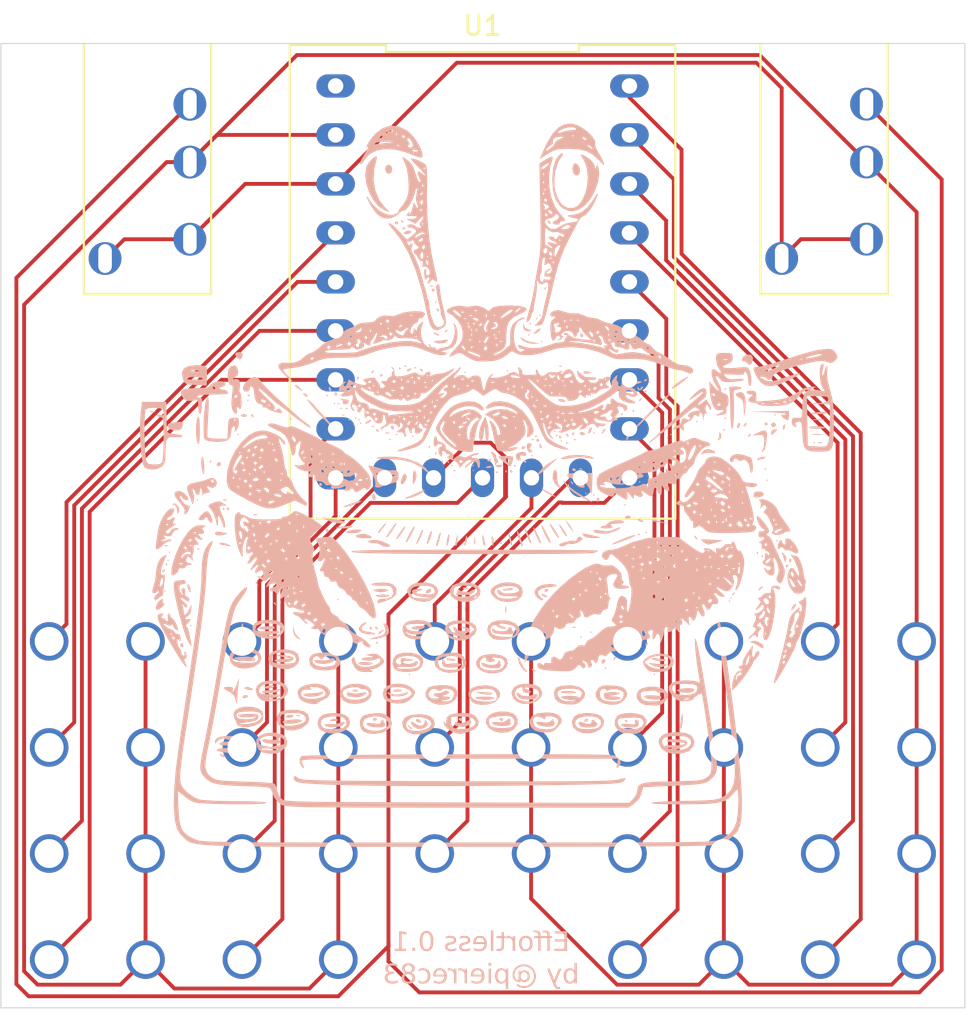
<source format=kicad_pcb>
(kicad_pcb (version 20240108) (generator "pcbnew") (generator_version "8.0")
  (layers (0 "F.Cu" signal) (31 "B.Cu" signal) (34 "B.Paste" user) (35 "F.Paste" user) (36 "B.SilkS" user "B.Silkscreen") (37 "F.SilkS" user "F.Silkscreen") (38 "B.Mask" user) (39 "F.Mask" user) (44 "Edge.Cuts" user))
  (net 0 "")
  (net 2 "uart_tx")
  (net 3 "gnd")
  (net 4 "3v3")
  (net 5 "sw0")
  (net 6 "sw1")
  (net 7 "sw2")
  (net 8 "sw3")
  (net 9 "sw4")
  (net 10 "sw5")
  (net 11 "sw6")
  (net 12 "sw7")
  (net 13 "sw8")
  (net 14 "sw9")
  (net 15 "sw10")
  (net 16 "sw11")
  (net 17 "sw13")
  (net 18 "sw14")
  (net 19 "sw15")
  (net 20 "sw26")
  (net 21 "sw27")
  (net 22 "sw28")
  (net 23 "sw29")
  (footprint "effortless_switch:effortless_switch" (layer "F.Cu") (at 169 117.5)
    (property "Reference" "SW13")
    (property "Value" "SW_Push")
    (pad "1" thru_hole circle (at -2.5 0) (size 2 2) (drill 1.5) (layers "*.Cu" "*.Mask") (net 17 "sw13"))
    (pad "2" thru_hole circle (at 2.5 0) (size 2 2) (drill 1.5) (layers "*.Cu" "*.Mask") (net 3 "gnd"))
  )
  (footprint "effortless_switch:effortless_switch" (layer "F.Cu") (at 199 117.5)
    (property "Reference" "SW1")
    (property "Value" "SW_Push")
    (pad "1" thru_hole circle (at -2.5 0) (size 2 2) (drill 1.5) (layers "*.Cu" "*.Mask") (net 6 "sw1"))
    (pad "2" thru_hole circle (at 2.5 0) (size 2 2) (drill 1.5) (layers "*.Cu" "*.Mask") (net 3 "gnd"))
  )
  (footprint "effortless_switch:effortless_switch" (layer "F.Cu") (at 159 117.5)
    (property "Reference" "SW27")
    (property "Value" "SW_Push")
    (pad "1" thru_hole circle (at -2.5 0) (size 2 2) (drill 1.5) (layers "*.Cu" "*.Mask") (net 21 "sw27"))
    (pad "2" thru_hole circle (at 2.5 0) (size 2 2) (drill 1.5) (layers "*.Cu" "*.Mask") (net 3 "gnd"))
  )
  (footprint "PJ-320A_Library:PJ-320A" (layer "F.Cu") (at 198.9 73.495 -90)
    (property "Reference" "U3" (hide yes))
    (property "Value" "PJ-320A")
    (pad "" np_thru_hole circle (at 3.7 2.2 270) (size 1.5 1.5) (drill 1.5) (layers "*.Cu"))
    (pad "" np_thru_hole circle (at 10.7 2.2 270) (size 1.5 1.5) (drill 1.5) (layers "*.Cu"))
    (pad "1" thru_hole circle (at 13.15 4.4 270) (size 1.7 1.7) (drill oval 1.5 0.7) (layers "*.Cu" "*.Mask") (net 4 "3v3"))
    (pad "2" thru_hole circle (at 12.15 0 270) (size 1.7 1.7) (drill oval 1.5 0.7) (layers "*.Cu" "*.Mask") (net 4 "3v3"))
    (pad "3" thru_hole circle (at 8.15 0 270) (size 1.7 1.7) (drill oval 1.5 0.7) (layers "*.Cu" "*.Mask") (net 3 "gnd"))
    (pad "4" thru_hole circle (at 5.15 0 270) (size 1.7 1.7) (drill oval 1.5 0.7) (layers "*.Cu" "*.Mask") (net 2 "uart_tx"))
  )
  (footprint "effortless_switch:effortless_switch" (layer "F.Cu") (at 189 106.5)
    (property "Reference" "SW7")
    (property "Value" "SW_Push")
    (pad "1" thru_hole circle (at -2.5 0) (size 2 2) (drill 1.5) (layers "*.Cu" "*.Mask") (net 12 "sw7"))
    (pad "2" thru_hole circle (at 2.5 0) (size 2 2) (drill 1.5) (layers "*.Cu" "*.Mask") (net 3 "gnd"))
  )
  (footprint "effortless_switch:effortless_switch" (layer "F.Cu") (at 189 112)
    (property "Reference" "SW6")
    (property "Value" "SW_Push")
    (pad "1" thru_hole circle (at -2.5 0) (size 2 2) (drill 1.5) (layers "*.Cu" "*.Mask") (net 11 "sw6"))
    (pad "2" thru_hole circle (at 2.5 0) (size 2 2) (drill 1.5) (layers "*.Cu" "*.Mask") (net 3 "gnd"))
  )
  (footprint "effortless_switch:effortless_switch" (layer "F.Cu") (at 199 112)
    (property "Reference" "SW2")
    (property "Value" "SW_Push")
    (pad "1" thru_hole circle (at -2.5 0) (size 2 2) (drill 1.5) (layers "*.Cu" "*.Mask") (net 7 "sw2"))
    (pad "2" thru_hole circle (at 2.5 0) (size 2 2) (drill 1.5) (layers "*.Cu" "*.Mask") (net 3 "gnd"))
  )
  (footprint "effortless_switch:effortless_switch" (layer "F.Cu") (at 179 117.5)
    (property "Reference" "SW8")
    (property "Value" "SW_Push")
    (pad "1" thru_hole circle (at -2.5 0) (size 2 2) (drill 1.5) (layers "*.Cu" "*.Mask") (net 13 "sw8"))
    (pad "2" thru_hole circle (at 2.5 0) (size 2 2) (drill 1.5) (layers "*.Cu" "*.Mask") (net 3 "gnd"))
  )
  (footprint "effortless_switch:effortless_switch" (layer "F.Cu") (at 159 112)
    (property "Reference" "SW28")
    (property "Value" "SW_Push")
    (pad "1" thru_hole circle (at -2.5 0) (size 2 2) (drill 1.5) (layers "*.Cu" "*.Mask") (net 22 "sw28"))
    (pad "2" thru_hole circle (at 2.5 0) (size 2 2) (drill 1.5) (layers "*.Cu" "*.Mask") (net 3 "gnd"))
  )
  (footprint "effortless_switch:effortless_switch" (layer "F.Cu") (at 159 106.5)
    (property "Reference" "SW29")
    (property "Value" "SW_Push")
    (pad "1" thru_hole circle (at -2.5 0) (size 2 2) (drill 1.5) (layers "*.Cu" "*.Mask") (net 23 "sw29"))
    (pad "2" thru_hole circle (at 2.5 0) (size 2 2) (drill 1.5) (layers "*.Cu" "*.Mask") (net 3 "gnd"))
  )
  (footprint "effortless_switch:effortless_switch" (layer "F.Cu") (at 179 112)
    (property "Reference" "SW9")
    (property "Value" "SW_Push")
    (pad "1" thru_hole circle (at -2.5 0) (size 2 2) (drill 1.5) (layers "*.Cu" "*.Mask") (net 14 "sw9"))
    (pad "2" thru_hole circle (at 2.5 0) (size 2 2) (drill 1.5) (layers "*.Cu" "*.Mask") (net 3 "gnd"))
  )
  (footprint "effortless_switch:effortless_switch" (layer "F.Cu") (at 189 117.5)
    (property "Reference" "SW5")
    (property "Value" "SW_Push")
    (pad "1" thru_hole circle (at -2.5 0) (size 2 2) (drill 1.5) (layers "*.Cu" "*.Mask") (net 10 "sw5"))
    (pad "2" thru_hole circle (at 2.5 0) (size 2 2) (drill 1.5) (layers "*.Cu" "*.Mask") (net 3 "gnd"))
  )
  (footprint "effortless_switch:effortless_switch" (layer "F.Cu") (at 179 106.5)
    (property "Reference" "SW10")
    (property "Value" "SW_Push")
    (pad "1" thru_hole circle (at -2.5 0) (size 2 2) (drill 1.5) (layers "*.Cu" "*.Mask") (net 15 "sw10"))
    (pad "2" thru_hole circle (at 2.5 0) (size 2 2) (drill 1.5) (layers "*.Cu" "*.Mask") (net 3 "gnd"))
  )
  (footprint "effortless_switch:effortless_switch" (layer "F.Cu") (at 159 123)
    (property "Reference" "SW26")
    (property "Value" "SW_Push")
    (pad "1" thru_hole circle (at -2.5 0) (size 2 2) (drill 1.5) (layers "*.Cu" "*.Mask") (net 20 "sw26"))
    (pad "2" thru_hole circle (at 2.5 0) (size 2 2) (drill 1.5) (layers "*.Cu" "*.Mask") (net 3 "gnd"))
  )
  (footprint "effortless_switch:effortless_switch" (layer "F.Cu") (at 169 106.5)
    (property "Reference" "SW15")
    (property "Value" "SW_Push")
    (pad "1" thru_hole circle (at -2.5 0) (size 2 2) (drill 1.5) (layers "*.Cu" "*.Mask") (net 19 "sw15"))
    (pad "2" thru_hole circle (at 2.5 0) (size 2 2) (drill 1.5) (layers "*.Cu" "*.Mask") (net 3 "gnd"))
  )
  (footprint "Andrews-Custom:RP2040-Zero" (layer "F.Cu") (at 178.98 87.86 -90)
    (property "Reference" "U1" (at -13.28 0 0) (layer "F.SilkS"))
    (property "Value" "RP2040-Zero")
    (pad "0" thru_hole oval (at -10.16 -7.62 270) (size 1.2 2) (drill 0.8) (layers "*.Cu" "*.Mask") (net 5 "sw0"))
    (pad "1" thru_hole oval (at -7.62 -7.62 270) (size 1.2 2) (drill 0.8) (layers "*.Cu" "*.Mask") (net 6 "sw1"))
    (pad "2" thru_hole oval (at -5.08 -7.62 270) (size 1.2 2) (drill 0.8) (layers "*.Cu" "*.Mask") (net 7 "sw2"))
    (pad "3" thru_hole oval (at -2.54 -7.62 270) (size 1.2 2) (drill 0.8) (layers "*.Cu" "*.Mask") (net 8 "sw3"))
    (pad "3v3" thru_hole oval (at -5.08 7.62 270) (size 1.2 2) (drill 0.8) (layers "*.Cu" "*.Mask") (net 4 "3v3"))
    (pad "4" thru_hole oval (at 0 -7.62 270) (size 1.2 2) (drill 0.8) (layers "*.Cu" "*.Mask") (net 9 "sw4"))
    (pad "5" thru_hole oval (at 2.54 -7.62 270) (size 1.2 2) (drill 0.8) (layers "*.Cu" "*.Mask") (net 10 "sw5"))
    (pad "5v" thru_hole oval (at -10.16 7.62 270) (size 1.2 2) (drill 0.8) (layers "*.Cu" "*.Mask"))
    (pad "6" thru_hole oval (at 5.08 -7.62 270) (size 1.2 2) (drill 0.8) (layers "*.Cu" "*.Mask") (net 11 "sw6"))
    (pad "7" thru_hole oval (at 7.62 -7.62 270) (size 1.2 2) (drill 0.8) (layers "*.Cu" "*.Mask") (net 12 "sw7"))
    (pad "8" thru_hole oval (at 10.16 -7.62 270) (size 1.2 2) (drill 0.8) (layers "*.Cu" "*.Mask") (net 13 "sw8"))
    (pad "9" thru_hole oval (at 10.16 -5.08) (size 1.2 2) (drill 0.8) (layers "*.Cu" "*.Mask") (net 14 "sw9"))
    (pad "10" thru_hole oval (at 10.16 -2.54) (size 1.2 2) (drill 0.8) (layers "*.Cu" "*.Mask") (net 15 "sw10"))
    (pad "11" thru_hole oval (at 10.16 0) (size 1.2 2) (drill 0.8) (layers "*.Cu" "*.Mask") (net 16 "sw11"))
    (pad "12" thru_hole oval (at 10.16 2.54) (size 1.2 2) (drill 0.8) (layers "*.Cu" "*.Mask") (net 2 "uart_tx"))
    (pad "13" thru_hole oval (at 10.16 5.08) (size 1.2 2) (drill 0.8) (layers "*.Cu" "*.Mask") (net 17 "sw13"))
    (pad "14" thru_hole oval (at 10.16 7.62 270) (size 1.2 2) (drill 0.8) (layers "*.Cu" "*.Mask") (net 18 "sw14"))
    (pad "15" thru_hole oval (at 7.62 7.62 270) (size 1.2 2) (drill 0.8) (layers "*.Cu" "*.Mask") (net 19 "sw15"))
    (pad "26" thru_hole oval (at 5.08 7.62 270) (size 1.2 2) (drill 0.8) (layers "*.Cu" "*.Mask") (net 20 "sw26"))
    (pad "27" thru_hole oval (at 2.54 7.62 270) (size 1.2 2) (drill 0.8) (layers "*.Cu" "*.Mask") (net 21 "sw27"))
    (pad "28" thru_hole oval (at 0 7.62 270) (size 1.2 2) (drill 0.8) (layers "*.Cu" "*.Mask") (net 22 "sw28"))
    (pad "29" thru_hole oval (at -2.54 7.62 270) (size 1.2 2) (drill 0.8) (layers "*.Cu" "*.Mask") (net 23 "sw29"))
    (pad "GND" thru_hole oval (at -7.62 7.62 270) (size 1.2 2) (drill 0.8) (layers "*.Cu" "*.Mask") (net 3 "gnd"))
  )
  (footprint "PJ-320A_Library:PJ-320A" (layer "F.Cu") (at 163.8 73.5 -90)
    (property "Reference" "U4" (hide yes))
    (property "Value" "PJ-320A")
    (pad "" np_thru_hole circle (at 3.7 2.2 270) (size 1.5 1.5) (drill 1.5) (layers "*.Cu"))
    (pad "" np_thru_hole circle (at 10.7 2.2 270) (size 1.5 1.5) (drill 1.5) (layers "*.Cu"))
    (pad "1" thru_hole circle (at 13.15 4.4 270) (size 1.7 1.7) (drill oval 1.5 0.7) (layers "*.Cu" "*.Mask") (net 4 "3v3"))
    (pad "2" thru_hole circle (at 12.15 0 270) (size 1.7 1.7) (drill oval 1.5 0.7) (layers "*.Cu" "*.Mask") (net 4 "3v3"))
    (pad "3" thru_hole circle (at 8.15 0 270) (size 1.7 1.7) (drill oval 1.5 0.7) (layers "*.Cu" "*.Mask") (net 3 "gnd"))
    (pad "4" thru_hole circle (at 5.15 0 270) (size 1.7 1.7) (drill oval 1.5 0.7) (layers "*.Cu" "*.Mask") (net 2 "uart_tx"))
  )
  (footprint "effortless_switch:effortless_switch" (layer "F.Cu") (at 169 112)
    (property "Reference" "SW14")
    (property "Value" "SW_Push")
    (pad "1" thru_hole circle (at -2.5 0) (size 2 2) (drill 1.5) (layers "*.Cu" "*.Mask") (net 18 "sw14"))
    (pad "2" thru_hole circle (at 2.5 0) (size 2 2) (drill 1.5) (layers "*.Cu" "*.Mask") (net 3 "gnd"))
  )
  (footprint "effortless_switch:effortless_switch" (layer "F.Cu") (at 169 123)
    (property "Reference" "SW11")
    (property "Value" "SW_Push")
    (pad "1" thru_hole circle (at -2.5 0) (size 2 2) (drill 1.5) (layers "*.Cu" "*.Mask") (net 16 "sw11"))
    (pad "2" thru_hole circle (at 2.5 0) (size 2 2) (drill 1.5) (layers "*.Cu" "*.Mask") (net 3 "gnd"))
  )
  (footprint "effortless_switch:effortless_switch" (layer "F.Cu") (at 189 123)
    (property "Reference" "SW4")
    (property "Value" "SW_Push")
    (pad "1" thru_hole circle (at -2.5 0) (size 2 2) (drill 1.5) (layers "*.Cu" "*.Mask") (net 9 "sw4"))
    (pad "2" thru_hole circle (at 2.5 0) (size 2 2) (drill 1.5) (layers "*.Cu" "*.Mask") (net 3 "gnd"))
  )
  (footprint "effortless_switch:effortless_switch" (layer "F.Cu") (at 199 106.5)
    (property "Reference" "SW3")
    (property "Value" "SW_Push")
    (pad "1" thru_hole circle (at -2.5 0) (size 2 2) (drill 1.5) (layers "*.Cu" "*.Mask") (net 8 "sw3"))
    (pad "2" thru_hole circle (at 2.5 0) (size 2 2) (drill 1.5) (layers "*.Cu" "*.Mask") (net 3 "gnd"))
  )
  (footprint "effortless_switch:effortless_switch" (layer "F.Cu") (at 199 123)
    (property "Reference" "SW0")
    (property "Value" "SW_Push")
    (pad "1" thru_hole circle (at -2.5 0) (size 2 2) (drill 1.5) (layers "*.Cu" "*.Mask") (net 5 "sw0"))
    (pad "2" thru_hole circle (at 2.5 0) (size 2 2) (drill 1.5) (layers "*.Cu" "*.Mask") (net 3 "gnd"))
  )
  (footprint "silkscreens:effortless" (layer "B.Cu") (at 178.962358 98.528089 180)
    (property "Reference" "G***" (hide yes))
    (property "Value" "LOGO" (hide yes))
  )
  (gr_line (start 204 75.5) (end 154 75.5) (stroke (width 0.05)) (layer "Edge.Cuts"))
  (gr_line (start 154 125.5) (end 204 125.5) (stroke (width 0.05)) (layer "Edge.Cuts"))
  (gr_line (start 154 75.5) (end 154 125.5) (stroke (width 0.05)) (layer "Edge.Cuts"))
  (gr_line (start 204 125.5) (end 204 75.5) (stroke (width 0.05)) (layer "Edge.Cuts"))
  (gr_text "Effortless 0.1\nby @pierrec83" (at 178.9 124.4 0) (layer "B.SilkS") (effects (font (size 1 1) (thickness 0.125)) (justify bottom mirror)))
  (segment (start 175.7 124.7) (end 201.638478 124.7) (width 0.2) (layer "F.Cu") (net 2))
  (segment (start 154.8 87.65) (end 154.8 124.265686) (width 0.2) (layer "F.Cu") (net 2))
  (segment (start 202.8 123.538478) (end 202.8 82.545) (width 0.2) (layer "F.Cu") (net 2))
  (segment (start 201.638478 124.7) (end 202.8 123.538478) (width 0.2) (layer "F.Cu") (net 2))
  (segment (start 180.15 96.95) (end 180.2 97) (width 0.2) (layer "F.Cu") (net 2))
  (segment (start 180.2 99) (end 174.45 104.75) (width 0.2) (layer "F.Cu") (net 2))
  (segment (start 171.5 124.9) (end 174.1 122.3) (width 0.2) (layer "F.Cu") (net 2))
  (segment (start 174.45 104.75) (end 174.1 105.1) (width 0.2) (layer "F.Cu") (net 2))
  (segment (start 174.1 122.1) (end 174.1 123.1) (width 0.2) (layer "F.Cu") (net 2))
  (segment (start 202.8 82.545) (end 198.9 78.645) (width 0.2) (layer "F.Cu") (net 2))
  (segment (start 180.2 97) (end 180.2 99) (width 0.2) (layer "F.Cu") (net 2))
  (segment (start 174.45 104.75) (end 180.15 99.05) (width 0.2) (layer "F.Cu") (net 2))
  (segment (start 174.1 122.1) (end 174.1 122.3) (width 0.2) (layer "F.Cu") (net 2))
  (segment (start 155.434314 124.9) (end 171.5 124.9) (width 0.2) (layer "F.Cu") (net 2))
  (segment (start 178.26 96.2) (end 179.4 96.2) (width 0.2) (layer "F.Cu") (net 2))
  (segment (start 179.4 96.2) (end 180.15 96.95) (width 0.2) (layer "F.Cu") (net 2))
  (segment (start 163.8 78.65) (end 154.8 87.65) (width 0.2) (layer "F.Cu") (net 2))
  (segment (start 180.15 99.05) (end 180.15 96.95) (width 0.2) (layer "F.Cu") (net 2))
  (segment (start 154.8 124.265686) (end 155.434314 124.9) (width 0.2) (layer "F.Cu") (net 2))
  (segment (start 176.44 98.02) (end 178.26 96.2) (width 0.2) (layer "F.Cu") (net 2))
  (segment (start 174.1 123.1) (end 175.7 124.7) (width 0.2) (layer "F.Cu") (net 2))
  (segment (start 174.1 105.1) (end 174.1 122.1) (width 0.2) (layer "F.Cu") (net 2))
  (segment (start 181.5 119.838478) (end 185.961522 124.3) (width 0.2) (layer "F.Cu") (net 3))
  (segment (start 165.21 80.24) (end 163.8 81.65) (width 0.2) (layer "F.Cu") (net 3))
  (segment (start 201.5 106.5) (end 201.5 84.245) (width 0.2) (layer "F.Cu") (net 3))
  (segment (start 169.35 76.1) (end 193.355 76.1) (width 0.2) (layer "F.Cu") (net 3))
  (segment (start 181.5 112) (end 181.5 106.5) (width 0.2) (layer "F.Cu") (net 3))
  (segment (start 155.2 123.6) (end 155.2 89.044365) (width 0.2) (layer "F.Cu") (net 3))
  (segment (start 191.5 123) (end 192.8 124.3) (width 0.2) (layer "F.Cu") (net 3))
  (segment (start 201.5 84.245) (end 198.9 81.645) (width 0.2) (layer "F.Cu") (net 3))
  (segment (start 171.36 80.24) (end 165.21 80.24) (width 0.2) (layer "F.Cu") (net 3))
  (segment (start 161.5 123) (end 160.2 124.3) (width 0.2) (layer "F.Cu") (net 3))
  (segment (start 185.961522 124.3) (end 190.2 124.3) (width 0.2) (layer "F.Cu") (net 3))
  (segment (start 191.5 117.5) (end 191.5 112) (width 0.2) (layer "F.Cu") (net 3))
  (segment (start 163.8 81.65) (end 169.35 76.1) (width 0.2) (layer "F.Cu") (net 3))
  (segment (start 155.9 124.3) (end 155.2 123.6) (width 0.2) (layer "F.Cu") (net 3))
  (segment (start 200.2 124.3) (end 201.5 123) (width 0.2) (layer "F.Cu") (net 3))
  (segment (start 170 124.5) (end 171.5 123) (width 0.2) (layer "F.Cu") (net 3))
  (segment (start 191.5 112) (end 191.5 106.5) (width 0.2) (layer "F.Cu") (net 3))
  (segment (start 181.5 117.5) (end 181.5 119.838478) (width 0.2) (layer "F.Cu") (net 3))
  (segment (start 171.5 123) (end 171.5 117.5) (width 0.2) (layer "F.Cu") (net 3))
  (segment (start 161.5 117.5) (end 161.5 112) (width 0.2) (layer "F.Cu") (net 3))
  (segment (start 193.355 76.1) (end 198.9 81.645) (width 0.2) (layer "F.Cu") (net 3))
  (segment (start 161.5 123) (end 163 124.5) (width 0.2) (layer "F.Cu") (net 3))
  (segment (start 181.5 117.5) (end 181.5 112) (width 0.2) (layer "F.Cu") (net 3))
  (segment (start 191.5 123) (end 191.5 117.5) (width 0.2) (layer "F.Cu") (net 3))
  (segment (start 201.5 112) (end 201.5 106.5) (width 0.2) (layer "F.Cu") (net 3))
  (segment (start 160.2 124.3) (end 155.9 124.3) (width 0.2) (layer "F.Cu") (net 3))
  (segment (start 201.5 123) (end 201.5 117.5) (width 0.2) (layer "F.Cu") (net 3))
  (segment (start 171.5 112) (end 171.5 106.5) (width 0.2) (layer "F.Cu") (net 3))
  (segment (start 155.2 89.044365) (end 162.594365 81.65) (width 0.2) (layer "F.Cu") (net 3))
  (segment (start 161.5 112) (end 161.5 106.5) (width 0.2) (layer "F.Cu") (net 3))
  (segment (start 161.5 123) (end 161.5 117.5) (width 0.2) (layer "F.Cu") (net 3))
  (segment (start 163 124.5) (end 170 124.5) (width 0.2) (layer "F.Cu") (net 3))
  (segment (start 201.5 117.5) (end 201.5 112) (width 0.2) (layer "F.Cu") (net 3))
  (segment (start 171.5 112) (end 171.5 117.5) (width 0.2) (layer "F.Cu") (net 3))
  (segment (start 192.8 124.3) (end 200.2 124.3) (width 0.2) (layer "F.Cu") (net 3))
  (segment (start 162.594365 81.65) (end 163.8 81.65) (width 0.2) (layer "F.Cu") (net 3))
  (segment (start 190.2 124.3) (end 191.5 123) (width 0.2) (layer "F.Cu") (net 3))
  (segment (start 163.8 85.65) (end 160.4 85.65) (width 0.2) (layer "F.Cu") (net 4))
  (segment (start 198.9 85.645) (end 195.5 85.645) (width 0.2) (layer "F.Cu") (net 4))
  (segment (start 194.5 86.645) (end 194.5 77.810686) (width 0.2) (layer "F.Cu") (net 4))
  (segment (start 193.189314 76.5) (end 177.64 76.5) (width 0.2) (layer "F.Cu") (net 4))
  (segment (start 195.5 85.645) (end 194.5 86.645) (width 0.2) (layer "F.Cu") (net 4))
  (segment (start 194.5 77.810686) (end 193.189314 76.5) (width 0.2) (layer "F.Cu") (net 4))
  (segment (start 160.4 85.65) (end 159.4 86.65) (width 0.2) (layer "F.Cu") (net 4))
  (segment (start 177.64 76.5) (end 171.36 82.78) (width 0.2) (layer "F.Cu") (net 4))
  (segment (start 171.36 82.78) (end 166.67 82.78) (width 0.2) (layer "F.Cu") (net 4))
  (segment (start 166.67 82.78) (end 163.8 85.65) (width 0.2) (layer "F.Cu") (net 4))
  (segment (start 189.302843 81.002843) (end 186.6 78.3) (width 0.2) (layer "F.Cu") (net 5))
  (segment (start 198.6 120.9) (end 198.6 95.7) (width 0.2) (layer "F.Cu") (net 5))
  (segment (start 189.302843 86.402843) (end 189.302843 81.002843) (width 0.2) (layer "F.Cu") (net 5))
  (segment (start 198.6 95.7) (end 189.302843 86.402843) (width 0.2) (layer "F.Cu") (net 5))
  (segment (start 186.6 78.3) (end 186.6 77.7) (width 0.2) (layer "F.Cu") (net 5))
  (segment (start 196.5 123) (end 198.6 120.9) (width 0.2) (layer "F.Cu") (net 5))
  (segment (start 198.2 115.8) (end 198.2 95.865686) (width 0.2) (layer "F.Cu") (net 6))
  (segment (start 198.2 95.865686) (end 188.902843 86.568529) (width 0.2) (layer "F.Cu") (net 6))
  (segment (start 188.902843 82.542843) (end 186.6 80.24) (width 0.2) (layer "F.Cu") (net 6))
  (segment (start 188.902843 86.568529) (end 188.902843 82.542843) (width 0.2) (layer "F.Cu") (net 6))
  (segment (start 196.5 117.5) (end 198.2 115.8) (width 0.2) (layer "F.Cu") (net 6))
  (segment (start 188.502843 86.734215) (end 188.502843 84.682843) (width 0.2) (layer "F.Cu") (net 7))
  (segment (start 196.5 112) (end 197.8 110.7) (width 0.2) (layer "F.Cu") (net 7))
  (segment (start 197.8 110.7) (end 197.8 96.031372) (width 0.2) (layer "F.Cu") (net 7))
  (segment (start 197.8 96.031372) (end 188.502843 86.734215) (width 0.2) (layer "F.Cu") (net 7))
  (segment (start 188.502843 84.682843) (end 186.6 82.78) (width 0.2) (layer "F.Cu") (net 7))
  (segment (start 186.6 85.397058) (end 186.6 85.32) (width 0.2) (layer "F.Cu") (net 8))
  (segment (start 197.4 105.6) (end 197.4 96.197058) (width 0.2) (layer "F.Cu") (net 8))
  (segment (start 196.5 106.5) (end 197.4 105.6) (width 0.2) (layer "F.Cu") (net 8))
  (segment (start 197.4 96.197058) (end 186.6 85.397058) (width 0.2) (layer "F.Cu") (net 8))
  (segment (start 188.512843 89.772843) (end 188.512843 93.721471) (width 0.2) (layer "F.Cu") (net 9))
  (segment (start 189.1 120.4) (end 186.5 123) (width 0.2) (layer "F.Cu") (net 9))
  (segment (start 189.1 94.308628) (end 189.1 120.4) (width 0.2) (layer "F.Cu") (net 9))
  (segment (start 188.512843 93.721471) (end 189.1 94.308628) (width 0.2) (layer "F.Cu") (net 9))
  (segment (start 186.6 87.86) (end 188.512843 89.772843) (width 0.2) (layer "F.Cu") (net 9))
  (segment (start 188.7 115.3) (end 186.5 117.5) (width 0.2) (layer "F.Cu") (net 10))
  (segment (start 188.7 94.474314) (end 188.7 115.3) (width 0.2) (layer "F.Cu") (net 10))
  (segment (start 188.112843 93.887157) (end 188.7 94.474314) (width 0.2) (layer "F.Cu") (net 10))
  (segment (start 186.6 90.4) (end 188.112843 91.912843) (width 0.2) (layer "F.Cu") (net 10))
  (segment (start 188.112843 91.912843) (end 188.112843 93.887157) (width 0.2) (layer "F.Cu") (net 10))
  (segment (start 188.3 110.2) (end 188.3 94.64) (width 0.2) (layer "F.Cu") (net 11))
  (segment (start 186.5 112) (end 188.3 110.2) (width 0.2) (layer "F.Cu") (net 11))
  (segment (start 188.3 94.64) (end 186.6 92.94) (width 0.2) (layer "F.Cu") (net 11))
  (segment (start 187.9 96.78) (end 186.6 95.48) (width 0.2) (layer "F.Cu") (net 12))
  (segment (start 186.5 106.5) (end 187.9 105.1) (width 0.2) (layer "F.Cu") (net 12))
  (segment (start 187.9 105.1) (end 187.9 96.78) (width 0.2) (layer "F.Cu") (net 12))
  (segment (start 186.6 98.02) (end 185.3 99.32) (width 0.2) (layer "F.Cu") (net 13))
  (segment (start 183.12 99.32) (end 183.1 99.3) (width 0.2) (layer "F.Cu") (net 13))
  (segment (start 178.2 104.031372) (end 178.2 115.8) (width 0.2) (layer "F.Cu") (net 13))
  (segment (start 185.3 99.32) (end 183.12 99.32) (width 0.2) (layer "F.Cu") (net 13))
  (segment (start 183.1 99.3) (end 182.931372 99.3) (width 0.2) (layer "F.Cu") (net 13))
  (segment (start 178.2 115.8) (end 176.5 117.5) (width 0.2) (layer "F.Cu") (net 13))
  (segment (start 182.931372 99.3) (end 178.2 104.031372) (width 0.2) (layer "F.Cu") (net 13))
  (segment (start 176.5 112) (end 177.8 110.7) (width 0.2) (layer "F.Cu") (net 14))
  (segment (start 183.645686 98.02) (end 184.06 98.02) (width 0.2) (layer "F.Cu") (net 14))
  (segment (start 177.8 103.865686) (end 183.645686 98.02) (width 0.2) (layer "F.Cu") (net 14))
  (segment (start 177.8 110.7) (end 177.8 103.865686) (width 0.2) (layer "F.Cu") (net 14))
  (segment (start 181.52 99.58) (end 176.5 104.6) (width 0.2) (layer "F.Cu") (net 15))
  (segment (start 181.52 98.02) (end 181.52 99.58) (width 0.2) (layer "F.Cu") (net 15))
  (segment (start 176.5 104.6) (end 176.5 106.5) (width 0.2) (layer "F.Cu") (net 15))
  (segment (start 168.6 120.9) (end 166.5 123) (width 0.2) (layer "F.Cu") (net 16))
  (segment (start 168.6 103.885686) (end 168.6 120.9) (width 0.2) (layer "F.Cu") (net 16))
  (segment (start 178.98 98.02) (end 177.68 99.32) (width 0.2) (layer "F.Cu") (net 16))
  (segment (start 173.165686 99.32) (end 168.6 103.885686) (width 0.2) (layer "F.Cu") (net 16))
  (segment (start 177.68 99.32) (end 173.165686 99.32) (width 0.2) (layer "F.Cu") (net 16))
  (segment (start 168.2 115.8) (end 166.5 117.5) (width 0.2) (layer "F.Cu") (net 17))
  (segment (start 173.9 98.02) (end 168.2 103.72) (width 0.2) (layer "F.Cu") (net 17))
  (segment (start 168.2 103.72) (end 168.2 115.8) (width 0.2) (layer "F.Cu") (net 17))
  (segment (start 171.36 98.02) (end 171.36 99.994314) (width 0.2) (layer "F.Cu") (net 18))
  (segment (start 171.36 99.994314) (end 167.8 103.554314) (width 0.2) (layer "F.Cu") (net 18))
  (segment (start 167.8 110.7) (end 166.5 112) (width 0.2) (layer "F.Cu") (net 18))
  (segment (start 167.8 103.554314) (end 167.8 110.7) (width 0.2) (layer "F.Cu") (net 18))
  (segment (start 170.06 100.728628) (end 170.06 96.78) (width 0.2) (layer "F.Cu") (net 19))
  (segment (start 167.4 103.388628) (end 170.06 100.728628) (width 0.2) (layer "F.Cu") (net 19))
  (segment (start 170.06 96.78) (end 171.36 95.48) (width 0.2) (layer "F.Cu") (net 19))
  (segment (start 167.4 105.6) (end 167.4 103.388628) (width 0.2) (layer "F.Cu") (net 19))
  (segment (start 166.5 106.5) (end 167.4 105.6) (width 0.2) (layer "F.Cu") (net 19))
  (segment (start 156.5 123) (end 158.6 120.9) (width 0.2) (layer "F.Cu") (net 20))
  (segment (start 158.6 120.9) (end 158.6 99.777058) (width 0.2) (layer "F.Cu") (net 20))
  (segment (start 158.6 99.777058) (end 165.437058 92.94) (width 0.2) (layer "F.Cu") (net 20))
  (segment (start 165.437058 92.94) (end 171.36 92.94) (width 0.2) (layer "F.Cu") (net 20))
  (segment (start 158.2 115.8) (end 158.2 99.611372) (width 0.2) (layer "F.Cu") (net 21))
  (segment (start 156.5 117.5) (end 158.2 115.8) (width 0.2) (layer "F.Cu") (net 21))
  (segment (start 167.411372 90.4) (end 171.36 90.4) (width 0.2) (layer "F.Cu") (net 21))
  (segment (start 158.2 99.611372) (end 167.411372 90.4) (width 0.2) (layer "F.Cu") (net 21))
  (segment (start 156.5 112) (end 157.8 110.7) (width 0.2) (layer "F.Cu") (net 22))
  (segment (start 157.8 110.7) (end 157.8 99.445686) (width 0.2) (layer "F.Cu") (net 22))
  (segment (start 157.8 99.445686) (end 169.385686 87.86) (width 0.2) (layer "F.Cu") (net 22))
  (segment (start 169.385686 87.86) (end 171.36 87.86) (width 0.2) (layer "F.Cu") (net 22))
  (segment (start 157.4 105.6) (end 157.4 99.28) (width 0.2) (layer "F.Cu") (net 23))
  (segment (start 157.4 99.28) (end 171.36 85.32) (width 0.2) (layer "F.Cu") (net 23))
  (segment (start 156.5 106.5) (end 157.4 105.6) (width 0.2) (layer "F.Cu") (net 23))
)
</source>
